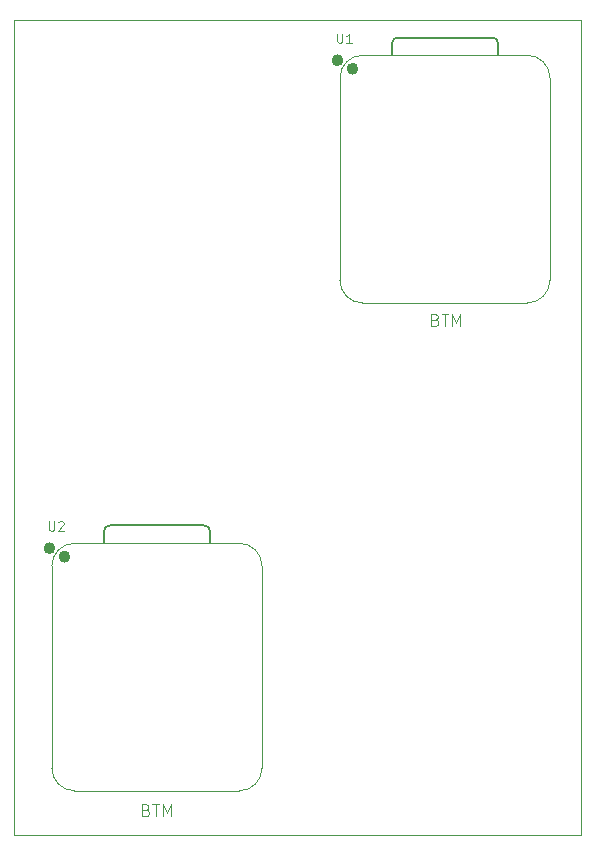
<source format=gbr>
%TF.GenerationSoftware,KiCad,Pcbnew,9.0.2*%
%TF.CreationDate,2025-07-01T01:27:04-05:00*%
%TF.ProjectId,MagMesh,4d61674d-6573-4682-9e6b-696361645f70,rev?*%
%TF.SameCoordinates,Original*%
%TF.FileFunction,Legend,Top*%
%TF.FilePolarity,Positive*%
%FSLAX46Y46*%
G04 Gerber Fmt 4.6, Leading zero omitted, Abs format (unit mm)*
G04 Created by KiCad (PCBNEW 9.0.2) date 2025-07-01 01:27:04*
%MOMM*%
%LPD*%
G01*
G04 APERTURE LIST*
%ADD10C,0.100000*%
%ADD11C,0.106680*%
%ADD12C,0.127000*%
%ADD13C,0.504000*%
%TA.AperFunction,Profile*%
%ADD14C,0.050000*%
%TD*%
G04 APERTURE END LIST*
D10*
X165637217Y-134848609D02*
X165780074Y-134896228D01*
X165780074Y-134896228D02*
X165827693Y-134943847D01*
X165827693Y-134943847D02*
X165875312Y-135039085D01*
X165875312Y-135039085D02*
X165875312Y-135181942D01*
X165875312Y-135181942D02*
X165827693Y-135277180D01*
X165827693Y-135277180D02*
X165780074Y-135324800D01*
X165780074Y-135324800D02*
X165684836Y-135372419D01*
X165684836Y-135372419D02*
X165303884Y-135372419D01*
X165303884Y-135372419D02*
X165303884Y-134372419D01*
X165303884Y-134372419D02*
X165637217Y-134372419D01*
X165637217Y-134372419D02*
X165732455Y-134420038D01*
X165732455Y-134420038D02*
X165780074Y-134467657D01*
X165780074Y-134467657D02*
X165827693Y-134562895D01*
X165827693Y-134562895D02*
X165827693Y-134658133D01*
X165827693Y-134658133D02*
X165780074Y-134753371D01*
X165780074Y-134753371D02*
X165732455Y-134800990D01*
X165732455Y-134800990D02*
X165637217Y-134848609D01*
X165637217Y-134848609D02*
X165303884Y-134848609D01*
X166161027Y-134372419D02*
X166732455Y-134372419D01*
X166446741Y-135372419D02*
X166446741Y-134372419D01*
X167065789Y-135372419D02*
X167065789Y-134372419D01*
X167065789Y-134372419D02*
X167399122Y-135086704D01*
X167399122Y-135086704D02*
X167732455Y-134372419D01*
X167732455Y-134372419D02*
X167732455Y-135372419D01*
X190137217Y-93348609D02*
X190280074Y-93396228D01*
X190280074Y-93396228D02*
X190327693Y-93443847D01*
X190327693Y-93443847D02*
X190375312Y-93539085D01*
X190375312Y-93539085D02*
X190375312Y-93681942D01*
X190375312Y-93681942D02*
X190327693Y-93777180D01*
X190327693Y-93777180D02*
X190280074Y-93824800D01*
X190280074Y-93824800D02*
X190184836Y-93872419D01*
X190184836Y-93872419D02*
X189803884Y-93872419D01*
X189803884Y-93872419D02*
X189803884Y-92872419D01*
X189803884Y-92872419D02*
X190137217Y-92872419D01*
X190137217Y-92872419D02*
X190232455Y-92920038D01*
X190232455Y-92920038D02*
X190280074Y-92967657D01*
X190280074Y-92967657D02*
X190327693Y-93062895D01*
X190327693Y-93062895D02*
X190327693Y-93158133D01*
X190327693Y-93158133D02*
X190280074Y-93253371D01*
X190280074Y-93253371D02*
X190232455Y-93300990D01*
X190232455Y-93300990D02*
X190137217Y-93348609D01*
X190137217Y-93348609D02*
X189803884Y-93348609D01*
X190661027Y-92872419D02*
X191232455Y-92872419D01*
X190946741Y-93872419D02*
X190946741Y-92872419D01*
X191565789Y-93872419D02*
X191565789Y-92872419D01*
X191565789Y-92872419D02*
X191899122Y-93586704D01*
X191899122Y-93586704D02*
X192232455Y-92872419D01*
X192232455Y-92872419D02*
X192232455Y-93872419D01*
D11*
X181811450Y-69116391D02*
X181811450Y-69749698D01*
X181811450Y-69749698D02*
X181848704Y-69824204D01*
X181848704Y-69824204D02*
X181885957Y-69861458D01*
X181885957Y-69861458D02*
X181960464Y-69898711D01*
X181960464Y-69898711D02*
X182109477Y-69898711D01*
X182109477Y-69898711D02*
X182183984Y-69861458D01*
X182183984Y-69861458D02*
X182221237Y-69824204D01*
X182221237Y-69824204D02*
X182258490Y-69749698D01*
X182258490Y-69749698D02*
X182258490Y-69116391D01*
X183040810Y-69898711D02*
X182593770Y-69898711D01*
X182817290Y-69898711D02*
X182817290Y-69116391D01*
X182817290Y-69116391D02*
X182742783Y-69228151D01*
X182742783Y-69228151D02*
X182668277Y-69302658D01*
X182668277Y-69302658D02*
X182593770Y-69339911D01*
X157425950Y-110428191D02*
X157425950Y-111061498D01*
X157425950Y-111061498D02*
X157463204Y-111136004D01*
X157463204Y-111136004D02*
X157500457Y-111173258D01*
X157500457Y-111173258D02*
X157574964Y-111210511D01*
X157574964Y-111210511D02*
X157723977Y-111210511D01*
X157723977Y-111210511D02*
X157798484Y-111173258D01*
X157798484Y-111173258D02*
X157835737Y-111136004D01*
X157835737Y-111136004D02*
X157872990Y-111061498D01*
X157872990Y-111061498D02*
X157872990Y-110428191D01*
X158208270Y-110502698D02*
X158245523Y-110465444D01*
X158245523Y-110465444D02*
X158320030Y-110428191D01*
X158320030Y-110428191D02*
X158506297Y-110428191D01*
X158506297Y-110428191D02*
X158580803Y-110465444D01*
X158580803Y-110465444D02*
X158618057Y-110502698D01*
X158618057Y-110502698D02*
X158655310Y-110577204D01*
X158655310Y-110577204D02*
X158655310Y-110651711D01*
X158655310Y-110651711D02*
X158618057Y-110763471D01*
X158618057Y-110763471D02*
X158171017Y-111210511D01*
X158171017Y-111210511D02*
X158655310Y-111210511D01*
D10*
%TO.C,U1*%
X182055000Y-90013000D02*
X182055000Y-72868000D01*
X183960000Y-91918000D02*
X197930000Y-91918000D01*
D12*
X186450000Y-70963000D02*
X186453728Y-69952728D01*
X186953728Y-69453000D02*
X194949000Y-69453000D01*
X195449000Y-69953000D02*
X195449000Y-70963000D01*
D10*
X197930000Y-70963000D02*
X183960000Y-70963000D01*
X199835000Y-90013000D02*
X199835000Y-72868000D01*
X182055000Y-72864000D02*
G75*
G02*
X183960000Y-70959000I1905001J-1D01*
G01*
X183960000Y-91918000D02*
G75*
G02*
X182055000Y-90013000I1J1905001D01*
G01*
D12*
X186453728Y-69952728D02*
G75*
G02*
X186953728Y-69453001I500018J-291D01*
G01*
X194949000Y-69453000D02*
G75*
G02*
X195449000Y-69953000I-100J-500100D01*
G01*
D10*
X197930000Y-70963000D02*
G75*
G02*
X199835000Y-72868000I-50J-1905050D01*
G01*
X199835000Y-90013000D02*
G75*
G02*
X197930000Y-91918000I-1905000J0D01*
G01*
D13*
X182097000Y-71379000D02*
G75*
G02*
X181593000Y-71379000I-252000J0D01*
G01*
X181593000Y-71379000D02*
G75*
G02*
X182097000Y-71379000I252000J0D01*
G01*
X183371000Y-72096000D02*
G75*
G02*
X182867000Y-72096000I-252000J0D01*
G01*
X182867000Y-72096000D02*
G75*
G02*
X183371000Y-72096000I252000J0D01*
G01*
D10*
%TO.C,U2*%
X157669500Y-131324800D02*
X157669500Y-114179800D01*
X159574500Y-133229800D02*
X173544500Y-133229800D01*
D12*
X162064500Y-112274800D02*
X162068228Y-111264528D01*
X162568228Y-110764800D02*
X170563500Y-110764800D01*
X171063500Y-111264800D02*
X171063500Y-112274800D01*
D10*
X173544500Y-112274800D02*
X159574500Y-112274800D01*
X175449500Y-131324800D02*
X175449500Y-114179800D01*
X157669500Y-114175800D02*
G75*
G02*
X159574500Y-112270800I1905001J-1D01*
G01*
X159574500Y-133229800D02*
G75*
G02*
X157669500Y-131324800I1J1905001D01*
G01*
D12*
X162068228Y-111264528D02*
G75*
G02*
X162568228Y-110764801I500018J-291D01*
G01*
X170563500Y-110764800D02*
G75*
G02*
X171063500Y-111264800I-100J-500100D01*
G01*
D10*
X173544500Y-112274800D02*
G75*
G02*
X175449500Y-114179800I-50J-1905050D01*
G01*
X175449500Y-131324800D02*
G75*
G02*
X173544500Y-133229800I-1905000J0D01*
G01*
D13*
X157711500Y-112690800D02*
G75*
G02*
X157207500Y-112690800I-252000J0D01*
G01*
X157207500Y-112690800D02*
G75*
G02*
X157711500Y-112690800I252000J0D01*
G01*
X158985500Y-113407800D02*
G75*
G02*
X158481500Y-113407800I-252000J0D01*
G01*
X158481500Y-113407800D02*
G75*
G02*
X158985500Y-113407800I252000J0D01*
G01*
%TD*%
D14*
X154500000Y-68000000D02*
X202500000Y-68000000D01*
X202500000Y-137000000D01*
X154500000Y-137000000D01*
X154500000Y-68000000D01*
M02*

</source>
